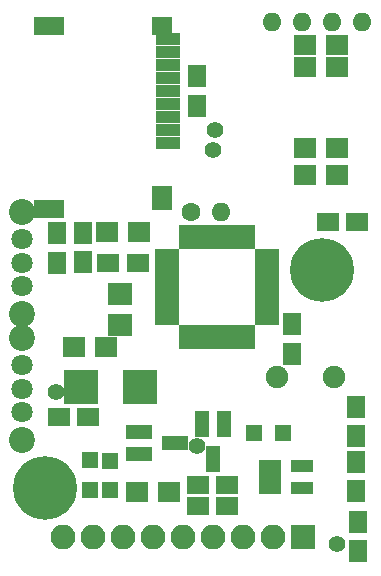
<source format=gbr>
G04 #@! TF.FileFunction,Soldermask,Top*
%FSLAX46Y46*%
G04 Gerber Fmt 4.6, Leading zero omitted, Abs format (unit mm)*
G04 Created by KiCad (PCBNEW 4.0.4-stable) date 11/23/17 14:52:02*
%MOMM*%
%LPD*%
G01*
G04 APERTURE LIST*
%ADD10C,0.100000*%
%ADD11R,1.400000X1.400000*%
%ADD12C,1.400000*%
%ADD13R,2.300000X1.200000*%
%ADD14C,1.600000*%
%ADD15O,1.600000X1.600000*%
%ADD16R,2.600000X1.600000*%
%ADD17R,1.800000X2.000000*%
%ADD18R,1.800000X1.600000*%
%ADD19R,2.000000X1.100000*%
%ADD20C,1.900000*%
%ADD21R,1.650000X1.900000*%
%ADD22R,1.900000X1.650000*%
%ADD23R,1.900000X1.700000*%
%ADD24R,1.960000X1.050000*%
%ADD25R,1.200000X2.300000*%
%ADD26R,0.950000X2.000000*%
%ADD27R,2.000000X0.950000*%
%ADD28C,1.800000*%
%ADD29C,2.200000*%
%ADD30R,2.100000X2.100000*%
%ADD31O,2.100000X2.100000*%
%ADD32R,0.800000X1.900000*%
%ADD33R,2.950000X2.900000*%
%ADD34C,5.400000*%
%ADD35C,1.200000*%
G04 APERTURE END LIST*
D10*
D11*
X127300000Y-62090000D03*
X129800000Y-62090000D03*
D12*
X122480000Y-63180000D03*
D13*
X117600000Y-61980000D03*
X117600000Y-63880000D03*
X120600000Y-62930000D03*
D14*
X121990000Y-43390000D03*
D15*
X124530000Y-43390000D03*
D16*
X109920000Y-43070000D03*
X109920000Y-27570000D03*
D17*
X119520000Y-42170000D03*
D18*
X119520000Y-27570000D03*
D19*
X120020000Y-28720000D03*
X120020000Y-30920000D03*
X120020000Y-29820000D03*
X120020000Y-32020000D03*
X120020000Y-33120000D03*
X120020000Y-34220000D03*
X120020000Y-37520000D03*
X120020000Y-36420000D03*
X120020000Y-35320000D03*
D15*
X128880000Y-27310000D03*
X131420000Y-27310000D03*
X133960000Y-27310000D03*
X136500000Y-27310000D03*
D20*
X129240000Y-57290000D03*
X134120000Y-57290000D03*
D21*
X112840000Y-45110000D03*
X112840000Y-47610000D03*
X110600000Y-45140000D03*
X110600000Y-47640000D03*
X136120000Y-69560000D03*
X136120000Y-72060000D03*
X122500000Y-34370000D03*
X122500000Y-31870000D03*
X135920000Y-67010000D03*
X135920000Y-64510000D03*
D22*
X136050000Y-44240000D03*
X133550000Y-44240000D03*
D21*
X135920000Y-62330000D03*
X135920000Y-59830000D03*
X130520000Y-55340000D03*
X130520000Y-52840000D03*
D22*
X117490000Y-47690000D03*
X114990000Y-47690000D03*
D23*
X117400000Y-67040000D03*
X120100000Y-67040000D03*
X114800000Y-54810000D03*
X112100000Y-54810000D03*
X131650000Y-31040000D03*
X134350000Y-31040000D03*
X131630000Y-29190000D03*
X134330000Y-29190000D03*
X131670000Y-37940000D03*
X134370000Y-37940000D03*
X114890000Y-45060000D03*
X117590000Y-45060000D03*
D24*
X128650000Y-64850000D03*
X128650000Y-65800000D03*
X128650000Y-66750000D03*
X131350000Y-66750000D03*
X131350000Y-64850000D03*
D22*
X122560000Y-66480000D03*
X125060000Y-66480000D03*
X122540000Y-68280000D03*
X125040000Y-68280000D03*
X110780000Y-60720000D03*
X113280000Y-60720000D03*
D25*
X124780000Y-61290000D03*
X122880000Y-61290000D03*
X123830000Y-64290000D03*
D26*
X121400000Y-53970000D03*
X122200000Y-53970000D03*
X123000000Y-53970000D03*
X123800000Y-53970000D03*
X124600000Y-53970000D03*
X125400000Y-53970000D03*
X126200000Y-53970000D03*
X127000000Y-53970000D03*
D27*
X128450000Y-52520000D03*
X128450000Y-51720000D03*
X128450000Y-50920000D03*
X128450000Y-50120000D03*
X128450000Y-49320000D03*
X128450000Y-48520000D03*
X128450000Y-47720000D03*
X128450000Y-46920000D03*
D26*
X127000000Y-45470000D03*
X126200000Y-45470000D03*
X125400000Y-45470000D03*
X124600000Y-45470000D03*
X123800000Y-45470000D03*
X123000000Y-45470000D03*
X122200000Y-45470000D03*
X121400000Y-45470000D03*
D27*
X119950000Y-46920000D03*
X119950000Y-47720000D03*
X119950000Y-48520000D03*
X119950000Y-49320000D03*
X119950000Y-50120000D03*
X119950000Y-50920000D03*
X119950000Y-51720000D03*
X119950000Y-52520000D03*
D11*
X113460000Y-66890000D03*
X113460000Y-64390000D03*
X115150000Y-66900000D03*
X115150000Y-64400000D03*
D23*
X134340000Y-40180000D03*
X131640000Y-40180000D03*
D28*
X107680000Y-49650000D03*
X107680000Y-45650000D03*
D29*
X107680000Y-43350000D03*
X107680000Y-51950000D03*
D28*
X107680000Y-47650000D03*
X107700000Y-56320000D03*
X107700000Y-60320000D03*
D29*
X107700000Y-62620000D03*
X107700000Y-54020000D03*
D28*
X107700000Y-58320000D03*
D30*
X131460000Y-70830000D03*
D31*
X128920000Y-70830000D03*
X126380000Y-70830000D03*
X123840000Y-70830000D03*
X121300000Y-70830000D03*
X118760000Y-70830000D03*
X116220000Y-70830000D03*
X113680000Y-70830000D03*
X111140000Y-70830000D03*
D32*
X116630000Y-50260000D03*
X115980000Y-50260000D03*
X115330000Y-50260000D03*
X115330000Y-52920000D03*
X115980000Y-52920000D03*
X116630000Y-52920000D03*
D33*
X117705000Y-58180000D03*
X112655000Y-58180000D03*
D34*
X109590000Y-66710000D03*
D35*
X111465000Y-66710000D03*
X110915825Y-68035825D03*
X109590000Y-68585000D03*
X108264175Y-68035825D03*
X107715000Y-66710000D03*
X108264175Y-65384175D03*
X109590000Y-64835000D03*
X110915825Y-65384175D03*
D34*
X133080000Y-48270000D03*
D35*
X134955000Y-48270000D03*
X134405825Y-49595825D03*
X133080000Y-50145000D03*
X131754175Y-49595825D03*
X131205000Y-48270000D03*
X131754175Y-46944175D03*
X133080000Y-46395000D03*
X134405825Y-46944175D03*
D12*
X123850000Y-38090000D03*
X123990000Y-36380000D03*
X110520000Y-58570000D03*
X134340000Y-71490000D03*
M02*

</source>
